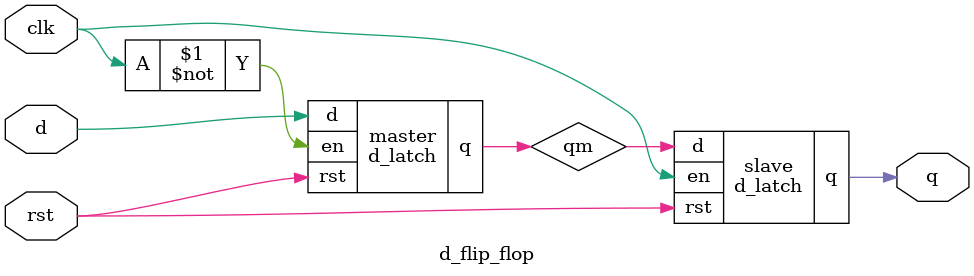
<source format=v>

module d_latch (
    input d, en, rst,
    output reg q
);
    always @(*) begin
        if (rst)
            q = 0;
        else if (en)
            q = d;
    end
endmodule

module d_flip_flop (
    input d, clk, rst,
    output q
);
    wire qm;
    d_latch master (.d(d), .en(~clk), .rst(rst), .q(qm));
    d_latch slave  (.d(qm), .en(clk), .rst(rst), .q(q));
endmodule

</source>
